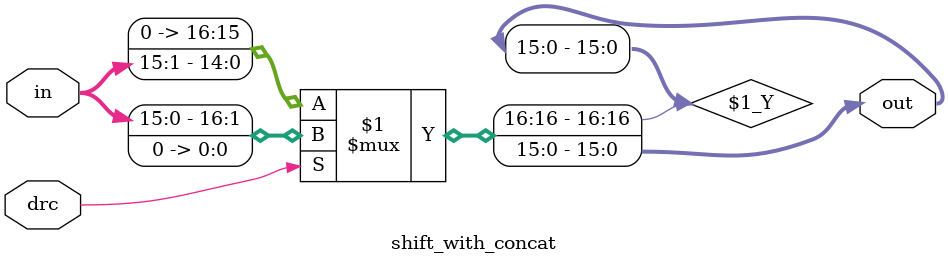
<source format=sv>
`timescale 1ns / 1ps


module shift_operator #(
    parameter   WIDTH = 16,
    parameter   SHIFT = 1
) (
    input logic     [WIDTH-1:0] in,
    input logic                 drc,
    output logic    [WIDTH-1:0] out
);
    assign out = drc ? (in << SHIFT) : (in >> SHIFT);

endmodule

// Реализовать устройство логического сдвига, размерности входной и выходной шин которого задаются параметром "WIDTH"
// Сигнал "in" - входная шина, "out" - выходная шина, "drc" - выбор направления сдвига (0 - вправо, 1 - влево)
// Количество разрядов сдвига должно задаваться параметром "SHIFT"
// Использовать непрерывное присваивание с оператором "?:" (для выбора направления сдвига) и оператор конкатенации {}

module shift_with_concat #(
    parameter   WIDTH = 16,
    parameter   SHIFT = 1
) (
    input logic     [WIDTH-1:0] in,
    input logic                 drc,
    output logic    [WIDTH-1:0] out
);

    // Внутри оператора конкатенации слева у шины "in" обозначать диапазон индексов не обязательно,
    // т.к. старшая часть, не помещающаяся в разрядную сетку шины "out", будет отброшена автоматически
    // Внутри оператора конкатенации справа диапазон индексов шины "in" нужно указывать явно,
    // т.к. в этом случае должна быть отброшена МЛАДШАЯ часть
    assign out = drc ? {in, {SHIFT{1'b0}}} : {{SHIFT{1'b0}}, in[WIDTH - 1 : SHIFT]};

endmodule

</source>
